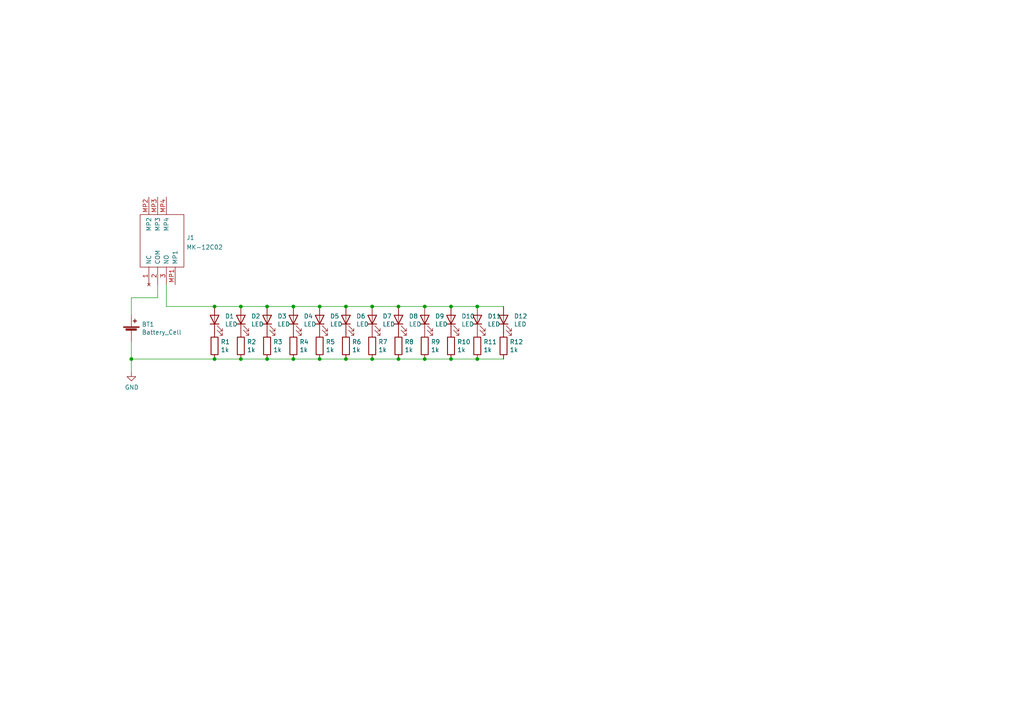
<source format=kicad_sch>
(kicad_sch (version 20211123) (generator eeschema)
  (paper "A4")
  (lib_symbols
    (symbol "Device:Battery_Cell" (pin_numbers hide) (pin_names (offset 0) hide)
      (property "Reference" "BT" (at 2.54 2.54 0))
      (property "Value" "Battery_Cell" (at 2.54 0 0))
      (symbol "Battery_Cell_0_1"
        (rectangle (start -2.286 1.778) (end 2.286 1.524) (fill (type outline)))
        (rectangle (start -1.5748 1.1938) (end 1.4732 0.6858) (fill (type outline)))
        (polyline (pts (xy 0 0.762) (xy 0 0)))
        (polyline (pts (xy 0 1.778) (xy 0 2.54)))
        (polyline (pts (xy 0.508 3.429) (xy 1.524 3.429)) (stroke (width 0.254)))
        (polyline (pts (xy 1.016 3.937) (xy 1.016 2.921)) (stroke (width 0.254)))
      )
      (symbol "Battery_Cell_1_1"
        (pin passive line (at 0 5.08 270) (length 2.54) (name "+") (number "1"))
        (pin passive line (at 0 -2.54 90) (length 2.54) (name "-") (number "2"))
      )
    )
    (symbol "Device:LED" (pin_numbers hide) (pin_names (offset 1.016) hide)
      (property "Reference" "D" (at 0 2.54 0))
      (property "Value" "LED" (at 0 -2.54 0))
      (symbol "LED_0_1"
        (polyline (pts (xy -1.27 -1.27) (xy -1.27 1.27)) (stroke (width 0.254)))
        (polyline (pts (xy -1.27 0) (xy 1.27 0)))
        (polyline (pts (xy 1.27 -1.27) (xy 1.27 1.27) (xy -1.27 0) (xy 1.27 -1.27)) (stroke (width 0.254)))
        (polyline (pts (xy -3.048 -0.762) (xy -4.572 -2.286) (xy -3.81 -2.286) (xy -4.572 -2.286) (xy -4.572 -1.524)))
        (polyline (pts (xy -1.778 -0.762) (xy -3.302 -2.286) (xy -2.54 -2.286) (xy -3.302 -2.286) (xy -3.302 -1.524)))
      )
      (symbol "LED_1_1"
        (pin passive line (at -3.81 0 0) (length 2.54) (name "K") (number "1"))
        (pin passive line (at 3.81 0 180) (length 2.54) (name "A") (number "2"))
      )
    )
    (symbol "Device:R" (pin_numbers hide) (pin_names (offset 0))
      (property "Reference" "R" (at 2.032 0 90))
      (property "Value" "R" (at 0 0 90))
      (symbol "R_0_1"
        (rectangle (start -1.016 -2.54) (end 1.016 2.54) (stroke (width 0.254)))
      )
      (symbol "R_1_1"
        (pin passive line (at 0 3.81 270) (length 1.27) (name "~") (number "1"))
        (pin passive line (at 0 -3.81 90) (length 1.27) (name "~") (number "2"))
      )
    )
    (symbol "MK-12C02:MK-12C02" (pin_names (offset 0.762))
      (property "Reference" "J" (at 21.59 7.62 0))
      (property "Value" "MK-12C02" (at 21.59 5.08 0))
      (symbol "MK-12C02_0_0"
        (pin no_connect line (at 0 0 0) (length 5.08) (name "NC") (number "1"))
        (pin passive line (at 0 -2.54 0) (length 5.08) (name "COM") (number "2"))
        (pin passive line (at 0 -5.08 0) (length 5.08) (name "NO") (number "3"))
        (pin passive line (at 0 -7.62 0) (length 5.08) (name "MP1") (number "MP1"))
        (pin passive line (at 25.4 0 180) (length 5.08) (name "MP2") (number "MP2"))
        (pin passive line (at 25.4 -2.54 180) (length 5.08) (name "MP3") (number "MP3"))
        (pin passive line (at 25.4 -5.08 180) (length 5.08) (name "MP4") (number "MP4"))
      )
      (symbol "MK-12C02_0_1"
        (polyline (pts (xy 5.08 2.54) (xy 20.32 2.54) (xy 20.32 -10.16) (xy 5.08 -10.16) (xy 5.08 2.54)) (stroke (width 0.1524)))
      )
    )
    (symbol "power:GND" (power) (pin_names (offset 0))
      (property "Value" "GND" (at 0 -3.81 0))
      (symbol "GND_0_1"
        (polyline (pts (xy 0 0) (xy 0 -1.27) (xy 1.27 -1.27) (xy 0 -2.54) (xy -1.27 -1.27) (xy 0 -1.27)))
      )
      (symbol "GND_1_1"
        (pin power_in line (at 0 0 270) (length 0) hide (name "GND") (number "1"))
      )
    )
  )
  (junction (at 138.43 104.14))
  (junction (at 100.33 104.14))
  (junction (at 115.57 104.14))
  (junction (at 130.81 104.14))
  (junction (at 77.47 104.14))
  (junction (at 107.95 88.9))
  (junction (at 115.57 88.9))
  (junction (at 138.43 88.9))
  (junction (at 92.71 104.14))
  (junction (at 69.85 104.14))
  (junction (at 77.47 88.9))
  (junction (at 100.33 88.9))
  (junction (at 38.1 104.14))
  (junction (at 62.23 104.14))
  (junction (at 123.19 88.9))
  (junction (at 107.95 104.14))
  (junction (at 85.09 88.9))
  (junction (at 92.71 88.9))
  (junction (at 69.85 88.9))
  (junction (at 62.23 88.9))
  (junction (at 130.81 88.9))
  (junction (at 85.09 104.14))
  (junction (at 123.19 104.14))
  (wire (pts (xy 123.19 104.14) (xy 115.57 104.14)))
  (wire (pts (xy 92.71 104.14) (xy 85.09 104.14)))
  (wire (pts (xy 115.57 104.14) (xy 107.95 104.14)))
  (wire (pts (xy 69.85 104.14) (xy 62.23 104.14)))
  (wire (pts (xy 48.26 82.55) (xy 48.26 88.9)))
  (wire (pts (xy 45.72 82.55) (xy 45.72 86.36)))
  (wire (pts (xy 85.09 88.9) (xy 92.71 88.9)))
  (wire (pts (xy 38.1 104.14) (xy 62.23 104.14)))
  (wire (pts (xy 100.33 88.9) (xy 107.95 88.9)))
  (wire (pts (xy 92.71 88.9) (xy 100.33 88.9)))
  (wire (pts (xy 77.47 88.9) (xy 85.09 88.9)))
  (wire (pts (xy 48.26 88.9) (xy 62.23 88.9)))
  (wire (pts (xy 62.23 88.9) (xy 69.85 88.9)))
  (wire (pts (xy 130.81 88.9) (xy 138.43 88.9)))
  (wire (pts (xy 69.85 88.9) (xy 77.47 88.9)))
  (wire (pts (xy 38.1 86.36) (xy 38.1 91.44)))
  (wire (pts (xy 138.43 88.9) (xy 146.05 88.9)))
  (wire (pts (xy 38.1 107.95) (xy 38.1 104.14)))
  (wire (pts (xy 38.1 86.36) (xy 45.72 86.36)))
  (wire (pts (xy 38.1 99.06) (xy 38.1 104.14)))
  (wire (pts (xy 85.09 104.14) (xy 77.47 104.14)))
  (wire (pts (xy 107.95 104.14) (xy 100.33 104.14)))
  (wire (pts (xy 138.43 104.14) (xy 130.81 104.14)))
  (wire (pts (xy 115.57 88.9) (xy 123.19 88.9)))
  (wire (pts (xy 107.95 88.9) (xy 115.57 88.9)))
  (wire (pts (xy 146.05 104.14) (xy 138.43 104.14)))
  (wire (pts (xy 123.19 88.9) (xy 130.81 88.9)))
  (wire (pts (xy 100.33 104.14) (xy 92.71 104.14)))
  (wire (pts (xy 130.81 104.14) (xy 123.19 104.14)))
  (wire (pts (xy 77.47 104.14) (xy 69.85 104.14)))
  (symbol (lib_id "Device:Battery_Cell") (at 38.1 96.52 0) (unit 1)
    (property "Reference" "BT1" (at 41.0972 94.0816 0) (effects (justify left)))
    (property "Value" "Battery_Cell" (at 41.0972 96.393 0) (effects (justify left)))
    (property "Footprint" "user-footprints:CR2032_holder_ali" (effects hide))
  )
  (symbol (lib_id "Device:LED") (at 62.23 92.71 90) (unit 1)
    (property "Reference" "D1" (at 65.2272 91.7194 90) (effects (justify right)))
    (property "Value" "LED" (at 65.2272 94.0308 90) (effects (justify right)))
    (property "Footprint" "LED_SMD:LED_0805_2012Metric_Pad1.15x1.40mm_HandSolder" (effects hide))
  )
  (symbol (lib_id "Device:LED") (at 69.85 92.71 90) (unit 1)
    (property "Reference" "D2" (at 72.8472 91.7194 90) (effects (justify right)))
    (property "Value" "LED" (at 72.8472 94.0308 90) (effects (justify right)))
    (property "Footprint" "LED_SMD:LED_0805_2012Metric_Pad1.15x1.40mm_HandSolder" (effects hide))
  )
  (symbol (lib_id "Device:LED") (at 77.47 92.71 90) (unit 1)
    (property "Reference" "D3" (at 80.4672 91.7194 90) (effects (justify right)))
    (property "Value" "LED" (at 80.4672 94.0308 90) (effects (justify right)))
    (property "Footprint" "LED_SMD:LED_0805_2012Metric_Pad1.15x1.40mm_HandSolder" (effects hide))
  )
  (symbol (lib_id "Device:LED") (at 85.09 92.71 90) (unit 1)
    (property "Reference" "D4" (at 88.0872 91.7194 90) (effects (justify right)))
    (property "Value" "LED" (at 88.0872 94.0308 90) (effects (justify right)))
    (property "Footprint" "LED_SMD:LED_0805_2012Metric_Pad1.15x1.40mm_HandSolder" (effects hide))
  )
  (symbol (lib_id "Device:LED") (at 92.71 92.71 90) (unit 1)
    (property "Reference" "D5" (at 95.7072 91.7194 90) (effects (justify right)))
    (property "Value" "LED" (at 95.7072 94.0308 90) (effects (justify right)))
    (property "Footprint" "LED_SMD:LED_0805_2012Metric_Pad1.15x1.40mm_HandSolder" (effects hide))
  )
  (symbol (lib_id "Device:LED") (at 100.33 92.71 90) (unit 1)
    (property "Reference" "D6" (at 103.3272 91.7194 90) (effects (justify right)))
    (property "Value" "LED" (at 103.3272 94.0308 90) (effects (justify right)))
    (property "Footprint" "LED_SMD:LED_0805_2012Metric_Pad1.15x1.40mm_HandSolder" (effects hide))
  )
  (symbol (lib_id "Device:LED") (at 107.95 92.71 90) (unit 1)
    (property "Reference" "D7" (at 110.9472 91.7194 90) (effects (justify right)))
    (property "Value" "LED" (at 110.9472 94.0308 90) (effects (justify right)))
    (property "Footprint" "LED_SMD:LED_0805_2012Metric_Pad1.15x1.40mm_HandSolder" (effects hide))
  )
  (symbol (lib_id "Device:LED") (at 115.57 92.71 90) (unit 1)
    (property "Reference" "D8" (at 118.5672 91.7194 90) (effects (justify right)))
    (property "Value" "LED" (at 118.5672 94.0308 90) (effects (justify right)))
    (property "Footprint" "LED_SMD:LED_0805_2012Metric_Pad1.15x1.40mm_HandSolder" (effects hide))
  )
  (symbol (lib_id "Device:LED") (at 123.19 92.71 90) (unit 1)
    (property "Reference" "D9" (at 126.1872 91.7194 90) (effects (justify right)))
    (property "Value" "LED" (at 126.1872 94.0308 90) (effects (justify right)))
    (property "Footprint" "LED_SMD:LED_0805_2012Metric_Pad1.15x1.40mm_HandSolder" (effects hide))
  )
  (symbol (lib_id "Device:LED") (at 130.81 92.71 90) (unit 1)
    (property "Reference" "D10" (at 133.8072 91.7194 90) (effects (justify right)))
    (property "Value" "LED" (at 133.8072 94.0308 90) (effects (justify right)))
    (property "Footprint" "LED_SMD:LED_0805_2012Metric_Pad1.15x1.40mm_HandSolder" (effects hide))
  )
  (symbol (lib_id "Device:LED") (at 138.43 92.71 90) (unit 1)
    (property "Reference" "D11" (at 141.4272 91.7194 90) (effects (justify right)))
    (property "Value" "LED" (at 141.4272 94.0308 90) (effects (justify right)))
    (property "Footprint" "LED_SMD:LED_0805_2012Metric_Pad1.15x1.40mm_HandSolder" (effects hide))
  )
  (symbol (lib_id "Device:LED") (at 146.05 92.71 90) (unit 1)
    (property "Reference" "D12" (at 149.0472 91.7194 90) (effects (justify right)))
    (property "Value" "LED" (at 149.0472 94.0308 90) (effects (justify right)))
    (property "Footprint" "LED_SMD:LED_0805_2012Metric_Pad1.15x1.40mm_HandSolder" (effects hide))
  )
  (symbol (lib_id "Device:R") (at 62.23 100.33 0) (unit 1)
    (property "Reference" "R1" (at 64.008 99.1616 0) (effects (justify left)))
    (property "Value" "1k" (at 64.008 101.473 0) (effects (justify left)))
    (property "Footprint" "Resistor_SMD:R_0805_2012Metric_Pad1.20x1.40mm_HandSolder" (effects hide))
  )
  (symbol (lib_id "Device:R") (at 69.85 100.33 0) (unit 1)
    (property "Reference" "R2" (at 71.628 99.1616 0) (effects (justify left)))
    (property "Value" "1k" (at 71.628 101.473 0) (effects (justify left)))
    (property "Footprint" "Resistor_SMD:R_0805_2012Metric_Pad1.20x1.40mm_HandSolder" (effects hide))
  )
  (symbol (lib_id "Device:R") (at 77.47 100.33 0) (unit 1)
    (property "Reference" "R3" (at 79.248 99.1616 0) (effects (justify left)))
    (property "Value" "1k" (at 79.248 101.473 0) (effects (justify left)))
    (property "Footprint" "Resistor_SMD:R_0805_2012Metric_Pad1.20x1.40mm_HandSolder" (effects hide))
  )
  (symbol (lib_id "Device:R") (at 85.09 100.33 0) (unit 1)
    (property "Reference" "R4" (at 86.868 99.1616 0) (effects (justify left)))
    (property "Value" "1k" (at 86.868 101.473 0) (effects (justify left)))
    (property "Footprint" "Resistor_SMD:R_0805_2012Metric_Pad1.20x1.40mm_HandSolder" (effects hide))
  )
  (symbol (lib_id "Device:R") (at 92.71 100.33 0) (unit 1)
    (property "Reference" "R5" (at 94.488 99.1616 0) (effects (justify left)))
    (property "Value" "1k" (at 94.488 101.473 0) (effects (justify left)))
    (property "Footprint" "Resistor_SMD:R_0805_2012Metric_Pad1.20x1.40mm_HandSolder" (effects hide))
  )
  (symbol (lib_id "Device:R") (at 100.33 100.33 0) (unit 1)
    (property "Reference" "R6" (at 102.108 99.1616 0) (effects (justify left)))
    (property "Value" "1k" (at 102.108 101.473 0) (effects (justify left)))
    (property "Footprint" "Resistor_SMD:R_0805_2012Metric_Pad1.20x1.40mm_HandSolder" (effects hide))
  )
  (symbol (lib_id "Device:R") (at 107.95 100.33 0) (unit 1)
    (property "Reference" "R7" (at 109.728 99.1616 0) (effects (justify left)))
    (property "Value" "1k" (at 109.728 101.473 0) (effects (justify left)))
    (property "Footprint" "Resistor_SMD:R_0805_2012Metric_Pad1.20x1.40mm_HandSolder" (effects hide))
  )
  (symbol (lib_id "Device:R") (at 115.57 100.33 0) (unit 1)
    (property "Reference" "R8" (at 117.348 99.1616 0) (effects (justify left)))
    (property "Value" "1k" (at 117.348 101.473 0) (effects (justify left)))
    (property "Footprint" "Resistor_SMD:R_0805_2012Metric_Pad1.20x1.40mm_HandSolder" (effects hide))
  )
  (symbol (lib_id "Device:R") (at 123.19 100.33 0) (unit 1)
    (property "Reference" "R9" (at 124.968 99.1616 0) (effects (justify left)))
    (property "Value" "1k" (at 124.968 101.473 0) (effects (justify left)))
    (property "Footprint" "Resistor_SMD:R_0805_2012Metric_Pad1.20x1.40mm_HandSolder" (effects hide))
  )
  (symbol (lib_id "Device:R") (at 130.81 100.33 0) (unit 1)
    (property "Reference" "R10" (at 132.588 99.1616 0) (effects (justify left)))
    (property "Value" "1k" (at 132.588 101.473 0) (effects (justify left)))
    (property "Footprint" "Resistor_SMD:R_0805_2012Metric_Pad1.20x1.40mm_HandSolder" (effects hide))
  )
  (symbol (lib_id "Device:R") (at 138.43 100.33 0) (unit 1)
    (property "Reference" "R11" (at 140.208 99.1616 0) (effects (justify left)))
    (property "Value" "1k" (at 140.208 101.473 0) (effects (justify left)))
    (property "Footprint" "Resistor_SMD:R_0805_2012Metric_Pad1.20x1.40mm_HandSolder" (effects hide))
  )
  (symbol (lib_id "Device:R") (at 146.05 100.33 0) (unit 1)
    (property "Reference" "R12" (at 147.828 99.1616 0) (effects (justify left)))
    (property "Value" "1k" (at 147.828 101.473 0) (effects (justify left)))
    (property "Footprint" "Resistor_SMD:R_0805_2012Metric_Pad1.20x1.40mm_HandSolder" (effects hide))
  )
  (symbol (lib_id "power:GND") (at 38.1 107.95 0) (unit 1)
    (property "Reference" "#PWR01" (effects hide))
    (property "Value" "GND" (at 38.227 112.3442 0))
  )
  (symbol (lib_id "MK-12C02:MK-12C02") (at 43.18 82.55 90) (unit 1)
    (property "Reference" "J1" (at 54.0512 68.9415 90) (effects (justify right)))
    (property "Value" "MK-12C02" (at 54.0512 71.7166 90) (effects (justify right)))
    (property "Footprint" "user-footprints:MK12C02" (effects hide))
    (property "Datasheet" "https://statics3.seeedstudio.com/images/opl/datasheet/311030001.pdf" (effects hide))
    (property "Description" "connector" (effects hide))
    (property "Height" "3.3" (effects hide))
    (property "Manufacturer_Name" "XIEJIA ELECTRONICS" (effects hide))
    (property "Manufacturer_Part_Number" "MK-12C02" (effects hide))
  )
)
</source>
